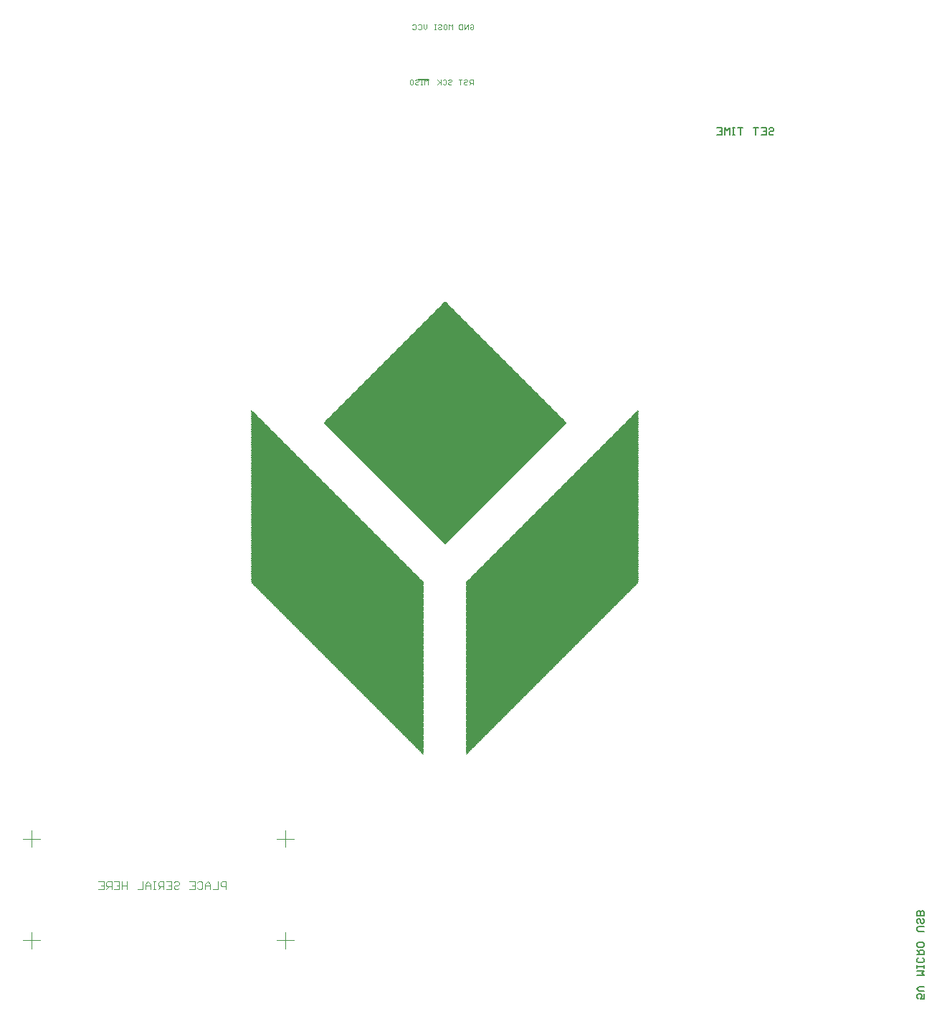
<source format=gbr>
G04 EAGLE Gerber RS-274X export*
G75*
%MOMM*%
%FSLAX34Y34*%
%LPD*%
%INSilkscreen Bottom*%
%IPPOS*%
%AMOC8*
5,1,8,0,0,1.08239X$1,22.5*%
G01*
%ADD10C,0.101600*%
%ADD11R,0.152400X0.076200*%
%ADD12R,0.228600X0.076200*%
%ADD13R,0.304800X0.076200*%
%ADD14R,0.381000X0.076200*%
%ADD15R,0.457200X0.076200*%
%ADD16R,0.533400X0.076200*%
%ADD17R,0.609600X0.076200*%
%ADD18R,0.685800X0.076200*%
%ADD19R,0.762000X0.076200*%
%ADD20R,0.838200X0.076200*%
%ADD21R,0.914400X0.076200*%
%ADD22R,0.990600X0.076200*%
%ADD23R,1.066800X0.076200*%
%ADD24R,1.143000X0.076200*%
%ADD25R,1.219200X0.076200*%
%ADD26R,1.295400X0.076200*%
%ADD27R,1.371600X0.076200*%
%ADD28R,1.447800X0.076200*%
%ADD29R,1.524000X0.076200*%
%ADD30R,1.600200X0.076200*%
%ADD31R,1.676400X0.076200*%
%ADD32R,1.752600X0.076200*%
%ADD33R,1.828800X0.076200*%
%ADD34R,1.905000X0.076200*%
%ADD35R,1.981200X0.076200*%
%ADD36R,2.057400X0.076200*%
%ADD37R,2.133600X0.076200*%
%ADD38R,2.209800X0.076200*%
%ADD39R,2.286000X0.076200*%
%ADD40R,2.362200X0.076200*%
%ADD41R,2.438400X0.076200*%
%ADD42R,2.514600X0.076200*%
%ADD43R,2.590800X0.076200*%
%ADD44R,2.667000X0.076200*%
%ADD45R,2.743200X0.076200*%
%ADD46R,2.819400X0.076200*%
%ADD47R,2.895600X0.076200*%
%ADD48R,2.971800X0.076200*%
%ADD49R,3.048000X0.076200*%
%ADD50R,3.124200X0.076200*%
%ADD51R,3.200400X0.076200*%
%ADD52R,3.276600X0.076200*%
%ADD53R,3.352800X0.076200*%
%ADD54R,3.429000X0.076200*%
%ADD55R,3.505200X0.076200*%
%ADD56R,3.581400X0.076200*%
%ADD57R,3.657600X0.076200*%
%ADD58R,3.733800X0.076200*%
%ADD59R,3.810000X0.076200*%
%ADD60R,3.886200X0.076200*%
%ADD61R,3.962400X0.076200*%
%ADD62R,4.038600X0.076200*%
%ADD63R,4.114800X0.076200*%
%ADD64R,4.191000X0.076200*%
%ADD65R,4.267200X0.076200*%
%ADD66R,4.343400X0.076200*%
%ADD67R,4.419600X0.076200*%
%ADD68R,4.495800X0.076200*%
%ADD69R,4.572000X0.076200*%
%ADD70R,4.648200X0.076200*%
%ADD71R,4.724400X0.076200*%
%ADD72R,4.800600X0.076200*%
%ADD73R,4.876800X0.076200*%
%ADD74R,4.953000X0.076200*%
%ADD75R,5.029200X0.076200*%
%ADD76R,5.105400X0.076200*%
%ADD77R,5.181600X0.076200*%
%ADD78R,5.257800X0.076200*%
%ADD79R,5.334000X0.076200*%
%ADD80R,5.410200X0.076200*%
%ADD81R,5.486400X0.076200*%
%ADD82R,5.562600X0.076200*%
%ADD83R,5.638800X0.076200*%
%ADD84R,5.715000X0.076200*%
%ADD85R,5.791200X0.076200*%
%ADD86R,5.867400X0.076200*%
%ADD87R,5.943600X0.076200*%
%ADD88R,6.019800X0.076200*%
%ADD89R,6.096000X0.076200*%
%ADD90R,6.172200X0.076200*%
%ADD91R,6.248400X0.076200*%
%ADD92R,6.324600X0.076200*%
%ADD93R,6.400800X0.076200*%
%ADD94R,6.477000X0.076200*%
%ADD95R,6.553200X0.076200*%
%ADD96R,6.629400X0.076200*%
%ADD97R,6.705600X0.076200*%
%ADD98R,6.781800X0.076200*%
%ADD99R,6.858000X0.076200*%
%ADD100R,6.934200X0.076200*%
%ADD101R,7.010400X0.076200*%
%ADD102R,7.086600X0.076200*%
%ADD103R,7.162800X0.076200*%
%ADD104R,7.239000X0.076200*%
%ADD105R,7.315200X0.076200*%
%ADD106R,7.391400X0.076200*%
%ADD107R,7.467600X0.076200*%
%ADD108R,7.543800X0.076200*%
%ADD109R,7.620000X0.076200*%
%ADD110R,7.696200X0.076200*%
%ADD111R,7.772400X0.076200*%
%ADD112R,7.848600X0.076200*%
%ADD113R,7.924800X0.076200*%
%ADD114R,8.001000X0.076200*%
%ADD115R,8.077200X0.076200*%
%ADD116R,8.153400X0.076200*%
%ADD117R,8.229600X0.076200*%
%ADD118R,8.305800X0.076200*%
%ADD119R,8.382000X0.076200*%
%ADD120R,8.458200X0.076200*%
%ADD121R,8.534400X0.076200*%
%ADD122R,8.610600X0.076200*%
%ADD123R,8.686800X0.076200*%
%ADD124R,8.763000X0.076200*%
%ADD125R,8.839200X0.076200*%
%ADD126R,8.915400X0.076200*%
%ADD127R,8.991600X0.076200*%
%ADD128R,9.067800X0.076200*%
%ADD129R,9.144000X0.076200*%
%ADD130R,9.220200X0.076200*%
%ADD131R,9.296400X0.076200*%
%ADD132R,9.372600X0.076200*%
%ADD133R,9.448800X0.076200*%
%ADD134R,9.525000X0.076200*%
%ADD135R,9.601200X0.076200*%
%ADD136R,9.677400X0.076200*%
%ADD137R,9.753600X0.076200*%
%ADD138R,9.829800X0.076200*%
%ADD139R,9.906000X0.076200*%
%ADD140R,9.982200X0.076200*%
%ADD141R,10.058400X0.076200*%
%ADD142R,10.134600X0.076200*%
%ADD143R,10.210800X0.076200*%
%ADD144R,10.287000X0.076200*%
%ADD145R,10.363200X0.076200*%
%ADD146R,10.439400X0.076200*%
%ADD147R,10.515600X0.076200*%
%ADD148R,10.591800X0.076200*%
%ADD149R,10.668000X0.076200*%
%ADD150R,10.744200X0.076200*%
%ADD151R,10.820400X0.076200*%
%ADD152R,10.896600X0.076200*%
%ADD153R,10.972800X0.076200*%
%ADD154R,11.049000X0.076200*%
%ADD155R,11.125200X0.076200*%
%ADD156R,11.201400X0.076200*%
%ADD157R,11.277600X0.076200*%
%ADD158R,11.353800X0.076200*%
%ADD159R,11.430000X0.076200*%
%ADD160R,11.506200X0.076200*%
%ADD161R,11.582400X0.076200*%
%ADD162R,11.658600X0.076200*%
%ADD163R,11.734800X0.076200*%
%ADD164R,11.811000X0.076200*%
%ADD165R,11.887200X0.076200*%
%ADD166R,11.963400X0.076200*%
%ADD167R,12.039600X0.076200*%
%ADD168R,12.115800X0.076200*%
%ADD169R,12.192000X0.076200*%
%ADD170R,12.268200X0.076200*%
%ADD171R,12.344400X0.076200*%
%ADD172R,12.420600X0.076200*%
%ADD173R,12.496800X0.076200*%
%ADD174R,12.573000X0.076200*%
%ADD175R,12.649200X0.076200*%
%ADD176R,12.725400X0.076200*%
%ADD177R,12.801600X0.076200*%
%ADD178R,12.877800X0.076200*%
%ADD179R,12.954000X0.076200*%
%ADD180R,13.030200X0.076200*%
%ADD181R,13.106400X0.076200*%
%ADD182R,13.182600X0.076200*%
%ADD183R,13.258800X0.076200*%
%ADD184R,13.335000X0.076200*%
%ADD185R,13.411200X0.076200*%
%ADD186R,13.487400X0.076200*%
%ADD187R,13.563600X0.076200*%
%ADD188R,13.639800X0.076200*%
%ADD189R,13.716000X0.076200*%
%ADD190R,13.792200X0.076200*%
%ADD191R,13.868400X0.076200*%
%ADD192R,13.944600X0.076200*%
%ADD193R,14.020800X0.076200*%
%ADD194R,14.097000X0.076200*%
%ADD195R,14.173200X0.076200*%
%ADD196R,14.249400X0.076200*%
%ADD197R,14.325600X0.076200*%
%ADD198R,14.401800X0.076200*%
%ADD199R,14.478000X0.076200*%
%ADD200R,14.554200X0.076200*%
%ADD201R,14.630400X0.076200*%
%ADD202R,14.706600X0.076200*%
%ADD203R,14.782800X0.076200*%
%ADD204R,14.859000X0.076200*%
%ADD205R,14.935200X0.076200*%
%ADD206R,15.011400X0.076200*%
%ADD207R,15.087600X0.076200*%
%ADD208R,15.163800X0.076200*%
%ADD209R,15.240000X0.076200*%
%ADD210R,15.316200X0.076200*%
%ADD211R,15.392400X0.076200*%
%ADD212R,15.468600X0.076200*%
%ADD213R,15.544800X0.076200*%
%ADD214R,15.621000X0.076200*%
%ADD215R,15.697200X0.076200*%
%ADD216R,15.773400X0.076200*%
%ADD217R,15.849600X0.076200*%
%ADD218R,15.925800X0.076200*%
%ADD219R,16.002000X0.076200*%
%ADD220R,16.078200X0.076200*%
%ADD221R,16.154400X0.076200*%
%ADD222R,16.230600X0.076200*%
%ADD223R,16.306800X0.076200*%
%ADD224R,16.383000X0.076200*%
%ADD225R,16.459200X0.076200*%
%ADD226R,16.535400X0.076200*%
%ADD227R,16.611600X0.076200*%
%ADD228R,16.687800X0.076200*%
%ADD229R,16.764000X0.076200*%
%ADD230R,16.840200X0.076200*%
%ADD231R,16.916400X0.076200*%
%ADD232R,16.992600X0.076200*%
%ADD233R,17.068800X0.076200*%
%ADD234R,17.145000X0.076200*%
%ADD235R,17.221200X0.076200*%
%ADD236R,17.297400X0.076200*%
%ADD237R,17.373600X0.076200*%
%ADD238R,17.449800X0.076200*%
%ADD239R,17.526000X0.076200*%
%ADD240R,17.602200X0.076200*%
%ADD241R,17.678400X0.076200*%
%ADD242R,17.754600X0.076200*%
%ADD243R,17.830800X0.076200*%
%ADD244R,17.907000X0.076200*%
%ADD245R,17.983200X0.076200*%
%ADD246R,18.059400X0.076200*%
%ADD247R,18.135600X0.076200*%
%ADD248R,18.211800X0.076200*%
%ADD249R,18.288000X0.076200*%
%ADD250R,18.364200X0.076200*%
%ADD251R,18.440400X0.076200*%
%ADD252R,18.516600X0.076200*%
%ADD253R,18.592800X0.076200*%
%ADD254R,18.669000X0.076200*%
%ADD255R,18.745200X0.076200*%
%ADD256R,18.821400X0.076200*%
%ADD257R,18.897600X0.076200*%
%ADD258R,18.973800X0.076200*%
%ADD259R,19.050000X0.076200*%
%ADD260R,19.126200X0.076200*%
%ADD261R,19.202400X0.076200*%
%ADD262R,19.278600X0.076200*%
%ADD263R,19.354800X0.076200*%
%ADD264R,19.431000X0.076200*%
%ADD265R,19.507200X0.076200*%
%ADD266R,19.583400X0.076200*%
%ADD267R,19.659600X0.076200*%
%ADD268R,19.735800X0.076200*%
%ADD269R,19.812000X0.076200*%
%ADD270R,19.888200X0.076200*%
%ADD271R,19.964400X0.076200*%
%ADD272R,20.040600X0.076200*%
%ADD273R,20.116800X0.076200*%
%ADD274R,20.193000X0.076200*%
%ADD275R,20.269200X0.076200*%
%ADD276R,20.345400X0.076200*%
%ADD277R,20.421600X0.076200*%
%ADD278R,20.574000X0.076200*%
%ADD279R,20.726400X0.076200*%
%ADD280R,20.878800X0.076200*%
%ADD281R,21.031200X0.076200*%
%ADD282R,21.183600X0.076200*%
%ADD283R,21.336000X0.076200*%
%ADD284R,21.488400X0.076200*%
%ADD285R,21.640800X0.076200*%
%ADD286R,21.793200X0.076200*%
%ADD287R,21.945600X0.076200*%
%ADD288R,22.098000X0.076200*%
%ADD289R,22.250400X0.076200*%
%ADD290R,22.402800X0.076200*%
%ADD291R,22.555200X0.076200*%
%ADD292R,22.707600X0.076200*%
%ADD293R,22.860000X0.076200*%
%ADD294R,23.012400X0.076200*%
%ADD295R,23.164800X0.076200*%
%ADD296R,23.317200X0.076200*%
%ADD297R,23.469600X0.076200*%
%ADD298R,23.622000X0.076200*%
%ADD299R,23.774400X0.076200*%
%ADD300R,23.926800X0.076200*%
%ADD301R,24.079200X0.076200*%
%ADD302R,24.231600X0.076200*%
%ADD303R,24.384000X0.076200*%
%ADD304R,24.536400X0.076200*%
%ADD305R,24.688800X0.076200*%
%ADD306R,24.841200X0.076200*%
%ADD307R,24.993600X0.076200*%
%ADD308R,25.146000X0.076200*%
%ADD309R,25.298400X0.076200*%
%ADD310R,25.450800X0.076200*%
%ADD311R,25.603200X0.076200*%
%ADD312R,25.755600X0.076200*%
%ADD313R,25.908000X0.076200*%
%ADD314R,26.060400X0.076200*%
%ADD315R,26.212800X0.076200*%
%ADD316R,26.365200X0.076200*%
%ADD317R,26.517600X0.076200*%
%ADD318R,26.670000X0.076200*%
%ADD319R,26.822400X0.076200*%
%ADD320R,26.974800X0.076200*%
%ADD321R,27.127200X0.076200*%
%ADD322R,27.279600X0.076200*%
%ADD323R,27.432000X0.076200*%
%ADD324R,27.584400X0.076200*%
%ADD325R,27.736800X0.076200*%
%ADD326R,27.889200X0.076200*%
%ADD327R,28.041600X0.076200*%
%ADD328R,28.194000X0.076200*%
%ADD329R,28.346400X0.076200*%
%ADD330R,28.498800X0.076200*%
%ADD331R,28.651200X0.076200*%
%ADD332R,0.076200X0.076200*%
%ADD333C,0.152400*%
%ADD334C,0.100000*%
%ADD335C,0.076200*%
%ADD336C,0.203200*%


D10*
X578126Y1120508D02*
X578126Y1126497D01*
X576129Y1124501D01*
X574133Y1126497D01*
X574133Y1120508D01*
X571680Y1120508D02*
X569684Y1120508D01*
X570682Y1120508D02*
X570682Y1126497D01*
X571680Y1126497D02*
X569684Y1126497D01*
X564389Y1126497D02*
X563390Y1125499D01*
X564389Y1126497D02*
X566385Y1126497D01*
X567383Y1125499D01*
X567383Y1124501D01*
X566385Y1123503D01*
X564389Y1123503D01*
X563390Y1122504D01*
X563390Y1121506D01*
X564389Y1120508D01*
X566385Y1120508D01*
X567383Y1121506D01*
X559939Y1126497D02*
X557943Y1126497D01*
X559939Y1126497D02*
X560938Y1125499D01*
X560938Y1121506D01*
X559939Y1120508D01*
X557943Y1120508D01*
X556945Y1121506D01*
X556945Y1125499D01*
X557943Y1126497D01*
X576992Y1187504D02*
X576992Y1191497D01*
X576992Y1187504D02*
X574996Y1185508D01*
X572999Y1187504D01*
X572999Y1191497D01*
X567552Y1191497D02*
X566554Y1190499D01*
X567552Y1191497D02*
X569548Y1191497D01*
X570547Y1190499D01*
X570547Y1186506D01*
X569548Y1185508D01*
X567552Y1185508D01*
X566554Y1186506D01*
X561106Y1191497D02*
X560108Y1190499D01*
X561106Y1191497D02*
X563103Y1191497D01*
X564101Y1190499D01*
X564101Y1186506D01*
X563103Y1185508D01*
X561106Y1185508D01*
X560108Y1186506D01*
X606992Y1185508D02*
X606992Y1191497D01*
X604996Y1189501D01*
X602999Y1191497D01*
X602999Y1185508D01*
X599548Y1191497D02*
X597552Y1191497D01*
X599548Y1191497D02*
X600547Y1190499D01*
X600547Y1186506D01*
X599548Y1185508D01*
X597552Y1185508D01*
X596554Y1186506D01*
X596554Y1190499D01*
X597552Y1191497D01*
X591106Y1191497D02*
X590108Y1190499D01*
X591106Y1191497D02*
X593103Y1191497D01*
X594101Y1190499D01*
X594101Y1189501D01*
X593103Y1188503D01*
X591106Y1188503D01*
X590108Y1187504D01*
X590108Y1186506D01*
X591106Y1185508D01*
X593103Y1185508D01*
X594101Y1186506D01*
X587656Y1185508D02*
X585659Y1185508D01*
X586657Y1185508D02*
X586657Y1191497D01*
X585659Y1191497D02*
X587656Y1191497D01*
X627999Y1190499D02*
X628997Y1191497D01*
X630994Y1191497D01*
X631992Y1190499D01*
X631992Y1186506D01*
X630994Y1185508D01*
X628997Y1185508D01*
X627999Y1186506D01*
X627999Y1188503D01*
X629996Y1188503D01*
X625547Y1191497D02*
X625547Y1185508D01*
X621554Y1185508D02*
X625547Y1191497D01*
X621554Y1191497D02*
X621554Y1185508D01*
X619101Y1185508D02*
X619101Y1191497D01*
X619101Y1185508D02*
X616106Y1185508D01*
X615108Y1186506D01*
X615108Y1190499D01*
X616106Y1191497D01*
X619101Y1191497D01*
X603334Y1126497D02*
X602336Y1125499D01*
X603334Y1126497D02*
X605330Y1126497D01*
X606329Y1125499D01*
X606329Y1124501D01*
X605330Y1123503D01*
X603334Y1123503D01*
X602336Y1122504D01*
X602336Y1121506D01*
X603334Y1120508D01*
X605330Y1120508D01*
X606329Y1121506D01*
X596888Y1126497D02*
X595890Y1125499D01*
X596888Y1126497D02*
X598885Y1126497D01*
X599883Y1125499D01*
X599883Y1121506D01*
X598885Y1120508D01*
X596888Y1120508D01*
X595890Y1121506D01*
X593438Y1120508D02*
X593438Y1126497D01*
X593438Y1122504D02*
X589445Y1126497D01*
X592439Y1123503D02*
X589445Y1120508D01*
X631329Y1120508D02*
X631329Y1126497D01*
X628334Y1126497D01*
X627336Y1125499D01*
X627336Y1123503D01*
X628334Y1122504D01*
X631329Y1122504D01*
X629332Y1122504D02*
X627336Y1120508D01*
X621888Y1126497D02*
X620890Y1125499D01*
X621888Y1126497D02*
X623885Y1126497D01*
X624883Y1125499D01*
X624883Y1124501D01*
X623885Y1123503D01*
X621888Y1123503D01*
X620890Y1122504D01*
X620890Y1121506D01*
X621888Y1120508D01*
X623885Y1120508D01*
X624883Y1121506D01*
X616441Y1120508D02*
X616441Y1126497D01*
X614445Y1126497D02*
X618438Y1126497D01*
D11*
X572311Y330000D03*
X624127Y330000D03*
D12*
X571930Y330762D03*
X624508Y330762D03*
D13*
X571549Y331524D03*
X624889Y331524D03*
D14*
X571168Y332286D03*
X625270Y332286D03*
D15*
X570787Y333048D03*
X625651Y333048D03*
D16*
X570406Y333810D03*
X626032Y333810D03*
D17*
X570025Y334572D03*
X626413Y334572D03*
D18*
X569644Y335334D03*
X626794Y335334D03*
D19*
X569263Y336096D03*
X627175Y336096D03*
D20*
X568882Y336858D03*
X627556Y336858D03*
D21*
X568501Y337620D03*
X627937Y337620D03*
D22*
X568120Y338382D03*
X628318Y338382D03*
D23*
X567739Y339144D03*
X628699Y339144D03*
D24*
X567358Y339906D03*
X629080Y339906D03*
D25*
X566977Y340668D03*
X629461Y340668D03*
D26*
X566596Y341430D03*
X629842Y341430D03*
D27*
X566215Y342192D03*
X630223Y342192D03*
D28*
X565834Y342954D03*
X630604Y342954D03*
D29*
X565453Y343716D03*
X630985Y343716D03*
D30*
X565072Y344478D03*
X631366Y344478D03*
D31*
X564691Y345240D03*
X631747Y345240D03*
D32*
X564310Y346002D03*
X632128Y346002D03*
D33*
X563929Y346764D03*
X632509Y346764D03*
D34*
X563548Y347526D03*
X632890Y347526D03*
D35*
X563167Y348288D03*
X633271Y348288D03*
D36*
X562786Y349050D03*
X633652Y349050D03*
D37*
X562405Y349812D03*
X634033Y349812D03*
D38*
X562024Y350574D03*
X634414Y350574D03*
D39*
X561643Y351336D03*
X634795Y351336D03*
D40*
X561262Y352098D03*
X635176Y352098D03*
D41*
X560881Y352860D03*
X635557Y352860D03*
D42*
X560500Y353622D03*
X635938Y353622D03*
D43*
X560119Y354384D03*
X636319Y354384D03*
D44*
X559738Y355146D03*
X636700Y355146D03*
D45*
X559357Y355908D03*
X637081Y355908D03*
D46*
X558976Y356670D03*
X637462Y356670D03*
D47*
X558595Y357432D03*
X637843Y357432D03*
D48*
X558214Y358194D03*
X638224Y358194D03*
D49*
X557833Y358956D03*
X638605Y358956D03*
D50*
X557452Y359718D03*
X638986Y359718D03*
D51*
X557071Y360480D03*
X639367Y360480D03*
D52*
X556690Y361242D03*
X639748Y361242D03*
D53*
X556309Y362004D03*
X640129Y362004D03*
D54*
X555928Y362766D03*
X640510Y362766D03*
D55*
X555547Y363528D03*
X640891Y363528D03*
D56*
X555166Y364290D03*
X641272Y364290D03*
D57*
X554785Y365052D03*
X641653Y365052D03*
D58*
X554404Y365814D03*
X642034Y365814D03*
D59*
X554023Y366576D03*
X642415Y366576D03*
D60*
X553642Y367338D03*
X642796Y367338D03*
D61*
X553261Y368100D03*
X643177Y368100D03*
D62*
X552880Y368862D03*
X643558Y368862D03*
D63*
X552499Y369624D03*
X643939Y369624D03*
D64*
X552118Y370386D03*
X644320Y370386D03*
D65*
X551737Y371148D03*
X644701Y371148D03*
D66*
X551356Y371910D03*
X645082Y371910D03*
D67*
X550975Y372672D03*
X645463Y372672D03*
D68*
X550594Y373434D03*
X645844Y373434D03*
D69*
X550213Y374196D03*
X646225Y374196D03*
D70*
X549832Y374958D03*
X646606Y374958D03*
D71*
X549451Y375720D03*
X646987Y375720D03*
D72*
X549070Y376482D03*
X647368Y376482D03*
D73*
X548689Y377244D03*
X647749Y377244D03*
D74*
X548308Y378006D03*
X648130Y378006D03*
D75*
X547927Y378768D03*
X648511Y378768D03*
D76*
X547546Y379530D03*
X648892Y379530D03*
D77*
X547165Y380292D03*
X649273Y380292D03*
D78*
X546784Y381054D03*
X649654Y381054D03*
D79*
X546403Y381816D03*
X650035Y381816D03*
D80*
X546022Y382578D03*
X650416Y382578D03*
D81*
X545641Y383340D03*
X650797Y383340D03*
D82*
X545260Y384102D03*
X651178Y384102D03*
D83*
X544879Y384864D03*
X651559Y384864D03*
D84*
X544498Y385626D03*
X651940Y385626D03*
D85*
X544117Y386388D03*
X652321Y386388D03*
D86*
X543736Y387150D03*
X652702Y387150D03*
D87*
X543355Y387912D03*
X653083Y387912D03*
D88*
X542974Y388674D03*
X653464Y388674D03*
D89*
X542593Y389436D03*
X653845Y389436D03*
D90*
X542212Y390198D03*
X654226Y390198D03*
D91*
X541831Y390960D03*
X654607Y390960D03*
D92*
X541450Y391722D03*
X654988Y391722D03*
D93*
X541069Y392484D03*
X655369Y392484D03*
D94*
X540688Y393246D03*
X655750Y393246D03*
D95*
X540307Y394008D03*
X656131Y394008D03*
D96*
X539926Y394770D03*
X656512Y394770D03*
D97*
X539545Y395532D03*
X656893Y395532D03*
D98*
X539164Y396294D03*
X657274Y396294D03*
D99*
X538783Y397056D03*
X657655Y397056D03*
D100*
X538402Y397818D03*
X658036Y397818D03*
D101*
X538021Y398580D03*
X658417Y398580D03*
D102*
X537640Y399342D03*
X658798Y399342D03*
D103*
X537259Y400104D03*
X659179Y400104D03*
D104*
X536878Y400866D03*
X659560Y400866D03*
D105*
X536497Y401628D03*
X659941Y401628D03*
D106*
X536116Y402390D03*
X660322Y402390D03*
D107*
X535735Y403152D03*
X660703Y403152D03*
D108*
X535354Y403914D03*
X661084Y403914D03*
D109*
X534973Y404676D03*
X661465Y404676D03*
D110*
X534592Y405438D03*
X661846Y405438D03*
D111*
X534211Y406200D03*
X662227Y406200D03*
D112*
X533830Y406962D03*
X662608Y406962D03*
D113*
X533449Y407724D03*
X662989Y407724D03*
D114*
X533068Y408486D03*
X663370Y408486D03*
D115*
X532687Y409248D03*
X663751Y409248D03*
D116*
X532306Y410010D03*
X664132Y410010D03*
D117*
X531925Y410772D03*
X664513Y410772D03*
D118*
X531544Y411534D03*
X664894Y411534D03*
D119*
X531163Y412296D03*
X665275Y412296D03*
D120*
X530782Y413058D03*
X665656Y413058D03*
D121*
X530401Y413820D03*
X666037Y413820D03*
D122*
X530020Y414582D03*
X666418Y414582D03*
D123*
X529639Y415344D03*
X666799Y415344D03*
D124*
X529258Y416106D03*
X667180Y416106D03*
D125*
X528877Y416868D03*
X667561Y416868D03*
D126*
X528496Y417630D03*
X667942Y417630D03*
D127*
X528115Y418392D03*
X668323Y418392D03*
D128*
X527734Y419154D03*
X668704Y419154D03*
D129*
X527353Y419916D03*
X669085Y419916D03*
D130*
X526972Y420678D03*
X669466Y420678D03*
D131*
X526591Y421440D03*
X669847Y421440D03*
D132*
X526210Y422202D03*
X670228Y422202D03*
D133*
X525829Y422964D03*
X670609Y422964D03*
D134*
X525448Y423726D03*
X670990Y423726D03*
D135*
X525067Y424488D03*
X671371Y424488D03*
D136*
X524686Y425250D03*
X671752Y425250D03*
D137*
X524305Y426012D03*
X672133Y426012D03*
D138*
X523924Y426774D03*
X672514Y426774D03*
D139*
X523543Y427536D03*
X672895Y427536D03*
D140*
X523162Y428298D03*
X673276Y428298D03*
D141*
X522781Y429060D03*
X673657Y429060D03*
D142*
X522400Y429822D03*
X674038Y429822D03*
D143*
X522019Y430584D03*
X674419Y430584D03*
D144*
X521638Y431346D03*
X674800Y431346D03*
D145*
X521257Y432108D03*
X675181Y432108D03*
D146*
X520876Y432870D03*
X675562Y432870D03*
D147*
X520495Y433632D03*
X675943Y433632D03*
D148*
X520114Y434394D03*
X676324Y434394D03*
D149*
X519733Y435156D03*
X676705Y435156D03*
D150*
X519352Y435918D03*
X677086Y435918D03*
D151*
X518971Y436680D03*
X677467Y436680D03*
D152*
X518590Y437442D03*
X677848Y437442D03*
D153*
X518209Y438204D03*
X678229Y438204D03*
D154*
X517828Y438966D03*
X678610Y438966D03*
D155*
X517447Y439728D03*
X678991Y439728D03*
D156*
X517066Y440490D03*
X679372Y440490D03*
D157*
X516685Y441252D03*
X679753Y441252D03*
D158*
X516304Y442014D03*
X680134Y442014D03*
D159*
X515923Y442776D03*
X680515Y442776D03*
D160*
X515542Y443538D03*
X680896Y443538D03*
D161*
X515161Y444300D03*
X681277Y444300D03*
D162*
X514780Y445062D03*
X681658Y445062D03*
D163*
X514399Y445824D03*
X682039Y445824D03*
D164*
X514018Y446586D03*
X682420Y446586D03*
D165*
X513637Y447348D03*
X682801Y447348D03*
D166*
X513256Y448110D03*
X683182Y448110D03*
D167*
X512875Y448872D03*
X683563Y448872D03*
D168*
X512494Y449634D03*
X683944Y449634D03*
D169*
X512113Y450396D03*
X684325Y450396D03*
D170*
X511732Y451158D03*
X684706Y451158D03*
D171*
X511351Y451920D03*
X685087Y451920D03*
D172*
X510970Y452682D03*
X685468Y452682D03*
D173*
X510589Y453444D03*
X685849Y453444D03*
D174*
X510208Y454206D03*
X686230Y454206D03*
D175*
X509827Y454968D03*
X686611Y454968D03*
D176*
X509446Y455730D03*
X686992Y455730D03*
D177*
X509065Y456492D03*
X687373Y456492D03*
D178*
X508684Y457254D03*
X687754Y457254D03*
D179*
X508303Y458016D03*
X688135Y458016D03*
D180*
X507922Y458778D03*
X688516Y458778D03*
D181*
X507541Y459540D03*
X688897Y459540D03*
D182*
X507160Y460302D03*
X689278Y460302D03*
D183*
X506779Y461064D03*
X689659Y461064D03*
D184*
X506398Y461826D03*
X690040Y461826D03*
D185*
X506017Y462588D03*
X690421Y462588D03*
D186*
X505636Y463350D03*
X690802Y463350D03*
D187*
X505255Y464112D03*
X691183Y464112D03*
D188*
X504874Y464874D03*
X691564Y464874D03*
D189*
X504493Y465636D03*
X691945Y465636D03*
D190*
X504112Y466398D03*
X692326Y466398D03*
D191*
X503731Y467160D03*
X692707Y467160D03*
D192*
X503350Y467922D03*
X693088Y467922D03*
D193*
X502969Y468684D03*
X693469Y468684D03*
D194*
X502588Y469446D03*
X693850Y469446D03*
D195*
X502207Y470208D03*
X694231Y470208D03*
D196*
X501826Y470970D03*
X694612Y470970D03*
D197*
X501445Y471732D03*
X694993Y471732D03*
D198*
X501064Y472494D03*
X695374Y472494D03*
D199*
X500683Y473256D03*
X695755Y473256D03*
D200*
X500302Y474018D03*
X696136Y474018D03*
D201*
X499921Y474780D03*
X696517Y474780D03*
D202*
X499540Y475542D03*
X696898Y475542D03*
D203*
X499159Y476304D03*
X697279Y476304D03*
D204*
X498778Y477066D03*
X697660Y477066D03*
D205*
X498397Y477828D03*
X698041Y477828D03*
D206*
X498016Y478590D03*
X698422Y478590D03*
D207*
X497635Y479352D03*
X698803Y479352D03*
D208*
X497254Y480114D03*
X699184Y480114D03*
D209*
X496873Y480876D03*
X699565Y480876D03*
D210*
X496492Y481638D03*
X699946Y481638D03*
D211*
X496111Y482400D03*
X700327Y482400D03*
D212*
X495730Y483162D03*
X700708Y483162D03*
D213*
X495349Y483924D03*
X701089Y483924D03*
D214*
X494968Y484686D03*
X701470Y484686D03*
D215*
X494587Y485448D03*
X701851Y485448D03*
D216*
X494206Y486210D03*
X702232Y486210D03*
D217*
X493825Y486972D03*
X702613Y486972D03*
D218*
X493444Y487734D03*
X702994Y487734D03*
D219*
X493063Y488496D03*
X703375Y488496D03*
D220*
X492682Y489258D03*
X703756Y489258D03*
D221*
X492301Y490020D03*
X704137Y490020D03*
D222*
X491920Y490782D03*
X704518Y490782D03*
D223*
X491539Y491544D03*
X704899Y491544D03*
D224*
X491158Y492306D03*
X705280Y492306D03*
D225*
X490777Y493068D03*
X705661Y493068D03*
D226*
X490396Y493830D03*
X706042Y493830D03*
D227*
X490015Y494592D03*
X706423Y494592D03*
D228*
X489634Y495354D03*
X706804Y495354D03*
D229*
X489253Y496116D03*
X707185Y496116D03*
D230*
X488872Y496878D03*
X707566Y496878D03*
D231*
X488491Y497640D03*
X707947Y497640D03*
D232*
X488110Y498402D03*
X708328Y498402D03*
D233*
X487729Y499164D03*
X708709Y499164D03*
D234*
X487348Y499926D03*
X709090Y499926D03*
D235*
X486967Y500688D03*
X709471Y500688D03*
D236*
X486586Y501450D03*
X709852Y501450D03*
D237*
X486205Y502212D03*
X710233Y502212D03*
D238*
X485824Y502974D03*
X710614Y502974D03*
D239*
X485443Y503736D03*
X710995Y503736D03*
D240*
X485062Y504498D03*
X711376Y504498D03*
D241*
X484681Y505260D03*
X711757Y505260D03*
D242*
X484300Y506022D03*
X712138Y506022D03*
D243*
X483919Y506784D03*
X712519Y506784D03*
D244*
X483538Y507546D03*
X712900Y507546D03*
D245*
X483157Y508308D03*
X713281Y508308D03*
D246*
X482776Y509070D03*
X713662Y509070D03*
D247*
X482395Y509832D03*
X714043Y509832D03*
D248*
X482014Y510594D03*
X714424Y510594D03*
D249*
X481633Y511356D03*
X714805Y511356D03*
D250*
X481252Y512118D03*
X715186Y512118D03*
D251*
X480871Y512880D03*
X715567Y512880D03*
D252*
X480490Y513642D03*
X715948Y513642D03*
D253*
X480109Y514404D03*
X716329Y514404D03*
D254*
X479728Y515166D03*
X716710Y515166D03*
D255*
X479347Y515928D03*
X717091Y515928D03*
D256*
X478966Y516690D03*
X717472Y516690D03*
D257*
X478585Y517452D03*
X717853Y517452D03*
D258*
X478204Y518214D03*
X718234Y518214D03*
D259*
X477823Y518976D03*
X718615Y518976D03*
D260*
X477442Y519738D03*
X718996Y519738D03*
D261*
X477061Y520500D03*
X719377Y520500D03*
D262*
X476680Y521262D03*
X719758Y521262D03*
D263*
X476299Y522024D03*
X720139Y522024D03*
D264*
X475918Y522786D03*
X720520Y522786D03*
D265*
X475537Y523548D03*
X720901Y523548D03*
D266*
X475156Y524310D03*
X721282Y524310D03*
D267*
X474775Y525072D03*
X721663Y525072D03*
D268*
X474394Y525834D03*
X722044Y525834D03*
D269*
X474013Y526596D03*
X722425Y526596D03*
D270*
X473632Y527358D03*
X722806Y527358D03*
D271*
X473251Y528120D03*
X723187Y528120D03*
D272*
X472870Y528882D03*
X723568Y528882D03*
D273*
X472489Y529644D03*
X723949Y529644D03*
D274*
X472108Y530406D03*
X724330Y530406D03*
D275*
X471727Y531168D03*
X724711Y531168D03*
D276*
X471346Y531930D03*
X725092Y531930D03*
X471346Y532692D03*
X725092Y532692D03*
D275*
X470965Y533454D03*
X725473Y533454D03*
D274*
X470584Y534216D03*
X725854Y534216D03*
D273*
X470203Y534978D03*
X726235Y534978D03*
D272*
X469822Y535740D03*
X726616Y535740D03*
D271*
X469441Y536502D03*
X726997Y536502D03*
D270*
X469060Y537264D03*
X727378Y537264D03*
D269*
X468679Y538026D03*
X727759Y538026D03*
D268*
X468298Y538788D03*
X728140Y538788D03*
D267*
X467917Y539550D03*
X728521Y539550D03*
D266*
X467536Y540312D03*
X728902Y540312D03*
D265*
X467155Y541074D03*
X729283Y541074D03*
D264*
X466774Y541836D03*
X729664Y541836D03*
D263*
X466393Y542598D03*
X730045Y542598D03*
D262*
X466012Y543360D03*
X730426Y543360D03*
D261*
X465631Y544122D03*
X730807Y544122D03*
D260*
X465250Y544884D03*
X731188Y544884D03*
D259*
X464869Y545646D03*
X731569Y545646D03*
D258*
X464488Y546408D03*
X731950Y546408D03*
D257*
X464107Y547170D03*
X732331Y547170D03*
D256*
X463726Y547932D03*
X732712Y547932D03*
D255*
X463345Y548694D03*
X733093Y548694D03*
D254*
X462964Y549456D03*
X733474Y549456D03*
D253*
X462583Y550218D03*
X733855Y550218D03*
D252*
X462202Y550980D03*
X734236Y550980D03*
D251*
X461821Y551742D03*
X734617Y551742D03*
D250*
X461440Y552504D03*
X734998Y552504D03*
D249*
X461059Y553266D03*
X735379Y553266D03*
D248*
X460678Y554028D03*
X735760Y554028D03*
D247*
X460297Y554790D03*
X736141Y554790D03*
D246*
X459916Y555552D03*
X736522Y555552D03*
D245*
X459535Y556314D03*
X736903Y556314D03*
D244*
X459154Y557076D03*
X737284Y557076D03*
D243*
X458773Y557838D03*
X737665Y557838D03*
D242*
X458392Y558600D03*
X738046Y558600D03*
D241*
X458011Y559362D03*
X738427Y559362D03*
D240*
X457630Y560124D03*
X738808Y560124D03*
D239*
X457249Y560886D03*
X739189Y560886D03*
D238*
X456868Y561648D03*
X739570Y561648D03*
D237*
X456487Y562410D03*
X739951Y562410D03*
D236*
X456106Y563172D03*
X740332Y563172D03*
D235*
X455725Y563934D03*
X740713Y563934D03*
D234*
X455344Y564696D03*
X741094Y564696D03*
D233*
X454963Y565458D03*
X741475Y565458D03*
D232*
X454582Y566220D03*
X741856Y566220D03*
D231*
X454201Y566982D03*
X742237Y566982D03*
D230*
X453820Y567744D03*
X742618Y567744D03*
D229*
X453439Y568506D03*
X742999Y568506D03*
D228*
X453058Y569268D03*
X743380Y569268D03*
D227*
X452677Y570030D03*
X743761Y570030D03*
D226*
X452296Y570792D03*
X744142Y570792D03*
D225*
X451915Y571554D03*
X744523Y571554D03*
D224*
X451534Y572316D03*
X744904Y572316D03*
D223*
X451153Y573078D03*
X745285Y573078D03*
D222*
X450772Y573840D03*
X745666Y573840D03*
D221*
X450391Y574602D03*
X746047Y574602D03*
D220*
X450010Y575364D03*
X746428Y575364D03*
D219*
X449629Y576126D03*
X746809Y576126D03*
D218*
X449248Y576888D03*
X747190Y576888D03*
D217*
X448867Y577650D03*
D11*
X598219Y577650D03*
D217*
X747571Y577650D03*
D216*
X448486Y578412D03*
D13*
X598219Y578412D03*
D216*
X747952Y578412D03*
D215*
X448105Y579174D03*
D15*
X598219Y579174D03*
D215*
X748333Y579174D03*
D214*
X447724Y579936D03*
D17*
X598219Y579936D03*
D214*
X748714Y579936D03*
D213*
X447343Y580698D03*
D19*
X598219Y580698D03*
D213*
X749095Y580698D03*
D212*
X446962Y581460D03*
D21*
X598219Y581460D03*
D212*
X749476Y581460D03*
D211*
X446581Y582222D03*
D23*
X598219Y582222D03*
D211*
X749857Y582222D03*
D210*
X446200Y582984D03*
D25*
X598219Y582984D03*
D210*
X750238Y582984D03*
D209*
X445819Y583746D03*
D27*
X598219Y583746D03*
D209*
X750619Y583746D03*
D208*
X445438Y584508D03*
D29*
X598219Y584508D03*
D208*
X751000Y584508D03*
D207*
X445057Y585270D03*
D31*
X598219Y585270D03*
D207*
X751381Y585270D03*
D206*
X444676Y586032D03*
D33*
X598219Y586032D03*
D206*
X751762Y586032D03*
D205*
X444295Y586794D03*
D35*
X598219Y586794D03*
D205*
X752143Y586794D03*
D204*
X443914Y587556D03*
D37*
X598219Y587556D03*
D204*
X752524Y587556D03*
D203*
X443533Y588318D03*
D39*
X598219Y588318D03*
D203*
X752905Y588318D03*
D202*
X443152Y589080D03*
D41*
X598219Y589080D03*
D202*
X753286Y589080D03*
D201*
X442771Y589842D03*
D43*
X598219Y589842D03*
D201*
X753667Y589842D03*
D200*
X442390Y590604D03*
D45*
X598219Y590604D03*
D200*
X754048Y590604D03*
D199*
X442009Y591366D03*
D47*
X598219Y591366D03*
D199*
X754429Y591366D03*
D198*
X441628Y592128D03*
D49*
X598219Y592128D03*
D198*
X754810Y592128D03*
D197*
X441247Y592890D03*
D51*
X598219Y592890D03*
D197*
X755191Y592890D03*
D196*
X440866Y593652D03*
D53*
X598219Y593652D03*
D196*
X755572Y593652D03*
D195*
X440485Y594414D03*
D55*
X598219Y594414D03*
D195*
X755953Y594414D03*
D194*
X440104Y595176D03*
D57*
X598219Y595176D03*
D194*
X756334Y595176D03*
D193*
X439723Y595938D03*
D59*
X598219Y595938D03*
D193*
X756715Y595938D03*
D192*
X439342Y596700D03*
D61*
X598219Y596700D03*
D192*
X757096Y596700D03*
D191*
X438961Y597462D03*
D63*
X598219Y597462D03*
D191*
X757477Y597462D03*
D190*
X438580Y598224D03*
D65*
X598219Y598224D03*
D190*
X757858Y598224D03*
D189*
X438199Y598986D03*
D67*
X598219Y598986D03*
D189*
X758239Y598986D03*
D188*
X437818Y599748D03*
D69*
X598219Y599748D03*
D188*
X758620Y599748D03*
D187*
X437437Y600510D03*
D71*
X598219Y600510D03*
D187*
X759001Y600510D03*
D186*
X437056Y601272D03*
D73*
X598219Y601272D03*
D186*
X759382Y601272D03*
D185*
X436675Y602034D03*
D75*
X598219Y602034D03*
D185*
X759763Y602034D03*
D184*
X436294Y602796D03*
D77*
X598219Y602796D03*
D184*
X760144Y602796D03*
D183*
X435913Y603558D03*
D79*
X598219Y603558D03*
D183*
X760525Y603558D03*
D182*
X435532Y604320D03*
D81*
X598219Y604320D03*
D182*
X760906Y604320D03*
D181*
X435151Y605082D03*
D83*
X598219Y605082D03*
D181*
X761287Y605082D03*
D180*
X434770Y605844D03*
D85*
X598219Y605844D03*
D180*
X761668Y605844D03*
D179*
X434389Y606606D03*
D87*
X598219Y606606D03*
D179*
X762049Y606606D03*
D178*
X434008Y607368D03*
D89*
X598219Y607368D03*
D178*
X762430Y607368D03*
D177*
X433627Y608130D03*
D91*
X598219Y608130D03*
D177*
X762811Y608130D03*
D176*
X433246Y608892D03*
D93*
X598219Y608892D03*
D176*
X763192Y608892D03*
D175*
X432865Y609654D03*
D95*
X598219Y609654D03*
D175*
X763573Y609654D03*
D174*
X432484Y610416D03*
D97*
X598219Y610416D03*
D174*
X763954Y610416D03*
D173*
X432103Y611178D03*
D99*
X598219Y611178D03*
D173*
X764335Y611178D03*
D172*
X431722Y611940D03*
D101*
X598219Y611940D03*
D172*
X764716Y611940D03*
D171*
X431341Y612702D03*
D103*
X598219Y612702D03*
D171*
X765097Y612702D03*
D170*
X430960Y613464D03*
D105*
X598219Y613464D03*
D170*
X765478Y613464D03*
D169*
X430579Y614226D03*
D107*
X598219Y614226D03*
D169*
X765859Y614226D03*
D168*
X430198Y614988D03*
D109*
X598219Y614988D03*
D168*
X766240Y614988D03*
D167*
X429817Y615750D03*
D111*
X598219Y615750D03*
D167*
X766621Y615750D03*
D166*
X429436Y616512D03*
D113*
X598219Y616512D03*
D166*
X767002Y616512D03*
D165*
X429055Y617274D03*
D115*
X598219Y617274D03*
D165*
X767383Y617274D03*
D164*
X428674Y618036D03*
D117*
X598219Y618036D03*
D164*
X767764Y618036D03*
D163*
X428293Y618798D03*
D119*
X598219Y618798D03*
D163*
X768145Y618798D03*
D162*
X427912Y619560D03*
D121*
X598219Y619560D03*
D162*
X768526Y619560D03*
D161*
X427531Y620322D03*
D123*
X598219Y620322D03*
D161*
X768907Y620322D03*
D160*
X427150Y621084D03*
D125*
X598219Y621084D03*
D160*
X769288Y621084D03*
D159*
X426769Y621846D03*
D127*
X598219Y621846D03*
D159*
X769669Y621846D03*
D158*
X426388Y622608D03*
D129*
X598219Y622608D03*
D158*
X770050Y622608D03*
D157*
X426007Y623370D03*
D131*
X598219Y623370D03*
D157*
X770431Y623370D03*
D156*
X425626Y624132D03*
D133*
X598219Y624132D03*
D156*
X770812Y624132D03*
D155*
X425245Y624894D03*
D135*
X598219Y624894D03*
D155*
X771193Y624894D03*
D154*
X424864Y625656D03*
D137*
X598219Y625656D03*
D154*
X771574Y625656D03*
D153*
X424483Y626418D03*
D139*
X598219Y626418D03*
D153*
X771955Y626418D03*
D152*
X424102Y627180D03*
D141*
X598219Y627180D03*
D152*
X772336Y627180D03*
D151*
X423721Y627942D03*
D143*
X598219Y627942D03*
D151*
X772717Y627942D03*
D150*
X423340Y628704D03*
D145*
X598219Y628704D03*
D150*
X773098Y628704D03*
D149*
X422959Y629466D03*
D147*
X598219Y629466D03*
D149*
X773479Y629466D03*
D148*
X422578Y630228D03*
D149*
X598219Y630228D03*
D148*
X773860Y630228D03*
D147*
X422197Y630990D03*
D151*
X598219Y630990D03*
D147*
X774241Y630990D03*
D146*
X421816Y631752D03*
D153*
X598219Y631752D03*
D146*
X774622Y631752D03*
D145*
X421435Y632514D03*
D155*
X598219Y632514D03*
D145*
X775003Y632514D03*
D144*
X421054Y633276D03*
D157*
X598219Y633276D03*
D144*
X775384Y633276D03*
D143*
X420673Y634038D03*
D159*
X598219Y634038D03*
D143*
X775765Y634038D03*
D142*
X420292Y634800D03*
D161*
X598219Y634800D03*
D142*
X776146Y634800D03*
D141*
X419911Y635562D03*
D163*
X598219Y635562D03*
D141*
X776527Y635562D03*
D140*
X419530Y636324D03*
D165*
X598219Y636324D03*
D140*
X776908Y636324D03*
D139*
X419149Y637086D03*
D167*
X598219Y637086D03*
D139*
X777289Y637086D03*
D138*
X418768Y637848D03*
D169*
X598219Y637848D03*
D138*
X777670Y637848D03*
D137*
X418387Y638610D03*
D171*
X598219Y638610D03*
D137*
X778051Y638610D03*
D136*
X418006Y639372D03*
D173*
X598219Y639372D03*
D136*
X778432Y639372D03*
D135*
X417625Y640134D03*
D175*
X598219Y640134D03*
D135*
X778813Y640134D03*
D134*
X417244Y640896D03*
D177*
X598219Y640896D03*
D134*
X779194Y640896D03*
D133*
X416863Y641658D03*
D179*
X598219Y641658D03*
D133*
X779575Y641658D03*
D132*
X416482Y642420D03*
D181*
X598219Y642420D03*
D132*
X779956Y642420D03*
D131*
X416101Y643182D03*
D183*
X598219Y643182D03*
D131*
X780337Y643182D03*
D130*
X415720Y643944D03*
D185*
X598219Y643944D03*
D130*
X780718Y643944D03*
D129*
X415339Y644706D03*
D187*
X598219Y644706D03*
D129*
X781099Y644706D03*
D128*
X414958Y645468D03*
D189*
X598219Y645468D03*
D128*
X781480Y645468D03*
D127*
X414577Y646230D03*
D191*
X598219Y646230D03*
D127*
X781861Y646230D03*
D126*
X414196Y646992D03*
D193*
X598219Y646992D03*
D126*
X782242Y646992D03*
D125*
X413815Y647754D03*
D195*
X598219Y647754D03*
D125*
X782623Y647754D03*
D124*
X413434Y648516D03*
D197*
X598219Y648516D03*
D124*
X783004Y648516D03*
D123*
X413053Y649278D03*
D199*
X598219Y649278D03*
D123*
X783385Y649278D03*
D122*
X412672Y650040D03*
D201*
X598219Y650040D03*
D122*
X783766Y650040D03*
D121*
X412291Y650802D03*
D203*
X598219Y650802D03*
D121*
X784147Y650802D03*
D120*
X411910Y651564D03*
D205*
X598219Y651564D03*
D120*
X784528Y651564D03*
D119*
X411529Y652326D03*
D207*
X598219Y652326D03*
D119*
X784909Y652326D03*
D118*
X411148Y653088D03*
D209*
X598219Y653088D03*
D118*
X785290Y653088D03*
D117*
X410767Y653850D03*
D211*
X598219Y653850D03*
D117*
X785671Y653850D03*
D116*
X410386Y654612D03*
D213*
X598219Y654612D03*
D116*
X786052Y654612D03*
D115*
X410005Y655374D03*
D215*
X598219Y655374D03*
D115*
X786433Y655374D03*
D114*
X409624Y656136D03*
D217*
X598219Y656136D03*
D114*
X786814Y656136D03*
D113*
X409243Y656898D03*
D219*
X598219Y656898D03*
D113*
X787195Y656898D03*
D112*
X408862Y657660D03*
D221*
X598219Y657660D03*
D112*
X787576Y657660D03*
D111*
X408481Y658422D03*
D223*
X598219Y658422D03*
D111*
X787957Y658422D03*
D110*
X408100Y659184D03*
D225*
X598219Y659184D03*
D110*
X788338Y659184D03*
D109*
X407719Y659946D03*
D227*
X598219Y659946D03*
D109*
X788719Y659946D03*
D108*
X407338Y660708D03*
D229*
X598219Y660708D03*
D108*
X789100Y660708D03*
D107*
X406957Y661470D03*
D231*
X598219Y661470D03*
D107*
X789481Y661470D03*
D106*
X406576Y662232D03*
D233*
X598219Y662232D03*
D106*
X789862Y662232D03*
D105*
X406195Y662994D03*
D235*
X598219Y662994D03*
D105*
X790243Y662994D03*
D104*
X405814Y663756D03*
D237*
X598219Y663756D03*
D104*
X790624Y663756D03*
D103*
X405433Y664518D03*
D239*
X598219Y664518D03*
D103*
X791005Y664518D03*
D102*
X405052Y665280D03*
D241*
X598219Y665280D03*
D102*
X791386Y665280D03*
D101*
X404671Y666042D03*
D243*
X598219Y666042D03*
D101*
X791767Y666042D03*
D100*
X404290Y666804D03*
D245*
X598219Y666804D03*
D100*
X792148Y666804D03*
D99*
X403909Y667566D03*
D247*
X598219Y667566D03*
D99*
X792529Y667566D03*
D98*
X403528Y668328D03*
D249*
X598219Y668328D03*
D98*
X792910Y668328D03*
D97*
X403147Y669090D03*
D251*
X598219Y669090D03*
D97*
X793291Y669090D03*
D96*
X402766Y669852D03*
D253*
X598219Y669852D03*
D96*
X793672Y669852D03*
D95*
X402385Y670614D03*
D255*
X598219Y670614D03*
D95*
X794053Y670614D03*
D94*
X402004Y671376D03*
D257*
X598219Y671376D03*
D94*
X794434Y671376D03*
D93*
X401623Y672138D03*
D259*
X598219Y672138D03*
D93*
X794815Y672138D03*
D92*
X401242Y672900D03*
D261*
X598219Y672900D03*
D92*
X795196Y672900D03*
D91*
X400861Y673662D03*
D263*
X598219Y673662D03*
D91*
X795577Y673662D03*
D90*
X400480Y674424D03*
D265*
X598219Y674424D03*
D90*
X795958Y674424D03*
D89*
X400099Y675186D03*
D267*
X598219Y675186D03*
D89*
X796339Y675186D03*
D88*
X399718Y675948D03*
D269*
X598219Y675948D03*
D88*
X796720Y675948D03*
D87*
X399337Y676710D03*
D271*
X598219Y676710D03*
D87*
X797101Y676710D03*
D86*
X398956Y677472D03*
D273*
X598219Y677472D03*
D86*
X797482Y677472D03*
D85*
X398575Y678234D03*
D275*
X598219Y678234D03*
D85*
X797863Y678234D03*
D84*
X398194Y678996D03*
D277*
X598219Y678996D03*
D84*
X798244Y678996D03*
D83*
X397813Y679758D03*
D278*
X598219Y679758D03*
D83*
X798625Y679758D03*
D82*
X397432Y680520D03*
D279*
X598219Y680520D03*
D82*
X799006Y680520D03*
D81*
X397051Y681282D03*
D280*
X598219Y681282D03*
D81*
X799387Y681282D03*
D80*
X396670Y682044D03*
D281*
X598219Y682044D03*
D80*
X799768Y682044D03*
D79*
X396289Y682806D03*
D282*
X598219Y682806D03*
D79*
X800149Y682806D03*
D78*
X395908Y683568D03*
D283*
X598219Y683568D03*
D78*
X800530Y683568D03*
D77*
X395527Y684330D03*
D284*
X598219Y684330D03*
D77*
X800911Y684330D03*
D76*
X395146Y685092D03*
D285*
X598219Y685092D03*
D76*
X801292Y685092D03*
D75*
X394765Y685854D03*
D286*
X598219Y685854D03*
D75*
X801673Y685854D03*
D74*
X394384Y686616D03*
D287*
X598219Y686616D03*
D74*
X802054Y686616D03*
D73*
X394003Y687378D03*
D288*
X598219Y687378D03*
D73*
X802435Y687378D03*
D72*
X393622Y688140D03*
D289*
X598219Y688140D03*
D72*
X802816Y688140D03*
D71*
X393241Y688902D03*
D290*
X598219Y688902D03*
D71*
X803197Y688902D03*
D70*
X392860Y689664D03*
D291*
X598219Y689664D03*
D70*
X803578Y689664D03*
D69*
X392479Y690426D03*
D292*
X598219Y690426D03*
D69*
X803959Y690426D03*
D68*
X392098Y691188D03*
D293*
X598219Y691188D03*
D68*
X804340Y691188D03*
D67*
X391717Y691950D03*
D294*
X598219Y691950D03*
D67*
X804721Y691950D03*
D66*
X391336Y692712D03*
D295*
X598219Y692712D03*
D66*
X805102Y692712D03*
D65*
X390955Y693474D03*
D296*
X598219Y693474D03*
D65*
X805483Y693474D03*
D64*
X390574Y694236D03*
D297*
X598219Y694236D03*
D64*
X805864Y694236D03*
D63*
X390193Y694998D03*
D298*
X598219Y694998D03*
D63*
X806245Y694998D03*
D62*
X389812Y695760D03*
D299*
X598219Y695760D03*
D62*
X806626Y695760D03*
D61*
X389431Y696522D03*
D300*
X598219Y696522D03*
D61*
X807007Y696522D03*
D60*
X389050Y697284D03*
D301*
X598219Y697284D03*
D60*
X807388Y697284D03*
D59*
X388669Y698046D03*
D302*
X598219Y698046D03*
D59*
X807769Y698046D03*
D58*
X388288Y698808D03*
D303*
X598219Y698808D03*
D58*
X808150Y698808D03*
D57*
X387907Y699570D03*
D304*
X598219Y699570D03*
D57*
X808531Y699570D03*
D56*
X387526Y700332D03*
D305*
X598219Y700332D03*
D56*
X808912Y700332D03*
D55*
X387145Y701094D03*
D306*
X598219Y701094D03*
D55*
X809293Y701094D03*
D54*
X386764Y701856D03*
D307*
X598219Y701856D03*
D54*
X809674Y701856D03*
D53*
X386383Y702618D03*
D308*
X598219Y702618D03*
D53*
X810055Y702618D03*
D52*
X386002Y703380D03*
D309*
X598219Y703380D03*
D52*
X810436Y703380D03*
D51*
X385621Y704142D03*
D310*
X598219Y704142D03*
D51*
X810817Y704142D03*
D50*
X385240Y704904D03*
D311*
X598219Y704904D03*
D50*
X811198Y704904D03*
D49*
X384859Y705666D03*
D312*
X598219Y705666D03*
D49*
X811579Y705666D03*
D48*
X384478Y706428D03*
D313*
X598219Y706428D03*
D48*
X811960Y706428D03*
D47*
X384097Y707190D03*
D314*
X598219Y707190D03*
D47*
X812341Y707190D03*
D46*
X383716Y707952D03*
D315*
X598219Y707952D03*
D46*
X812722Y707952D03*
D45*
X383335Y708714D03*
D316*
X598219Y708714D03*
D45*
X813103Y708714D03*
D44*
X382954Y709476D03*
D317*
X598219Y709476D03*
D44*
X813484Y709476D03*
D43*
X382573Y710238D03*
D318*
X598219Y710238D03*
D43*
X813865Y710238D03*
D42*
X382192Y711000D03*
D319*
X598219Y711000D03*
D42*
X814246Y711000D03*
D41*
X381811Y711762D03*
D320*
X598219Y711762D03*
D41*
X814627Y711762D03*
D40*
X381430Y712524D03*
D321*
X598219Y712524D03*
D40*
X815008Y712524D03*
D39*
X381049Y713286D03*
D322*
X598219Y713286D03*
D39*
X815389Y713286D03*
D38*
X380668Y714048D03*
D323*
X598219Y714048D03*
D38*
X815770Y714048D03*
D37*
X380287Y714810D03*
D324*
X598219Y714810D03*
D37*
X816151Y714810D03*
D36*
X379906Y715572D03*
D325*
X598219Y715572D03*
D36*
X816532Y715572D03*
D35*
X379525Y716334D03*
D326*
X598219Y716334D03*
D35*
X816913Y716334D03*
D34*
X379144Y717096D03*
D327*
X598219Y717096D03*
D34*
X817294Y717096D03*
D33*
X378763Y717858D03*
D328*
X598219Y717858D03*
D33*
X817675Y717858D03*
D32*
X378382Y718620D03*
D329*
X598219Y718620D03*
D32*
X818056Y718620D03*
D31*
X378001Y719382D03*
D330*
X598219Y719382D03*
D31*
X818437Y719382D03*
D30*
X377620Y720144D03*
D331*
X598219Y720144D03*
D30*
X818818Y720144D03*
D29*
X377239Y720906D03*
D331*
X598219Y720906D03*
D29*
X819199Y720906D03*
D28*
X376858Y721668D03*
D330*
X598219Y721668D03*
D28*
X819580Y721668D03*
D27*
X376477Y722430D03*
D329*
X598219Y722430D03*
D27*
X819961Y722430D03*
D26*
X376096Y723192D03*
D328*
X598219Y723192D03*
D26*
X820342Y723192D03*
D25*
X375715Y723954D03*
D327*
X598219Y723954D03*
D25*
X820723Y723954D03*
D24*
X375334Y724716D03*
D326*
X598219Y724716D03*
D24*
X821104Y724716D03*
D23*
X374953Y725478D03*
D325*
X598219Y725478D03*
D23*
X821485Y725478D03*
D22*
X374572Y726240D03*
D324*
X598219Y726240D03*
D22*
X821866Y726240D03*
D21*
X374191Y727002D03*
D323*
X598219Y727002D03*
D21*
X822247Y727002D03*
D20*
X373810Y727764D03*
D322*
X598219Y727764D03*
D20*
X822628Y727764D03*
D19*
X373429Y728526D03*
D321*
X598219Y728526D03*
D19*
X823009Y728526D03*
D18*
X373048Y729288D03*
D320*
X598219Y729288D03*
D18*
X823390Y729288D03*
D17*
X372667Y730050D03*
D319*
X598219Y730050D03*
D17*
X823771Y730050D03*
D16*
X372286Y730812D03*
D318*
X598219Y730812D03*
D16*
X824152Y730812D03*
D15*
X371905Y731574D03*
D317*
X598219Y731574D03*
D15*
X824533Y731574D03*
D14*
X371524Y732336D03*
D316*
X598219Y732336D03*
D14*
X824914Y732336D03*
D13*
X371143Y733098D03*
D315*
X598219Y733098D03*
D13*
X825295Y733098D03*
D12*
X370762Y733860D03*
D314*
X598219Y733860D03*
D12*
X825676Y733860D03*
D11*
X370381Y734622D03*
D313*
X598219Y734622D03*
D11*
X826057Y734622D03*
D332*
X370000Y735384D03*
D312*
X598219Y735384D03*
D332*
X826438Y735384D03*
D311*
X598219Y736146D03*
D310*
X598219Y736908D03*
D309*
X598219Y737670D03*
D308*
X598219Y738432D03*
D307*
X598219Y739194D03*
D306*
X598219Y739956D03*
D305*
X598219Y740718D03*
D304*
X598219Y741480D03*
D303*
X598219Y742242D03*
D302*
X598219Y743004D03*
D301*
X598219Y743766D03*
D300*
X598219Y744528D03*
D299*
X598219Y745290D03*
D298*
X598219Y746052D03*
D297*
X598219Y746814D03*
D296*
X598219Y747576D03*
D295*
X598219Y748338D03*
D294*
X598219Y749100D03*
D293*
X598219Y749862D03*
D292*
X598219Y750624D03*
D291*
X598219Y751386D03*
D290*
X598219Y752148D03*
D289*
X598219Y752910D03*
D288*
X598219Y753672D03*
D287*
X598219Y754434D03*
D286*
X598219Y755196D03*
D285*
X598219Y755958D03*
D284*
X598219Y756720D03*
D283*
X598219Y757482D03*
D282*
X598219Y758244D03*
D281*
X598219Y759006D03*
D280*
X598219Y759768D03*
D279*
X598219Y760530D03*
D278*
X598219Y761292D03*
D277*
X598219Y762054D03*
D275*
X598219Y762816D03*
D273*
X598219Y763578D03*
D271*
X598219Y764340D03*
D269*
X598219Y765102D03*
D267*
X598219Y765864D03*
D265*
X598219Y766626D03*
D263*
X598219Y767388D03*
D261*
X598219Y768150D03*
D259*
X598219Y768912D03*
D257*
X598219Y769674D03*
D255*
X598219Y770436D03*
D253*
X598219Y771198D03*
D251*
X598219Y771960D03*
D249*
X598219Y772722D03*
D247*
X598219Y773484D03*
D245*
X598219Y774246D03*
D243*
X598219Y775008D03*
D241*
X598219Y775770D03*
D239*
X598219Y776532D03*
D237*
X598219Y777294D03*
D235*
X598219Y778056D03*
D233*
X598219Y778818D03*
D231*
X598219Y779580D03*
D229*
X598219Y780342D03*
D227*
X598219Y781104D03*
D225*
X598219Y781866D03*
D223*
X598219Y782628D03*
D221*
X598219Y783390D03*
D219*
X598219Y784152D03*
D217*
X598219Y784914D03*
D215*
X598219Y785676D03*
D213*
X598219Y786438D03*
D211*
X598219Y787200D03*
D209*
X598219Y787962D03*
D207*
X598219Y788724D03*
D205*
X598219Y789486D03*
D203*
X598219Y790248D03*
D201*
X598219Y791010D03*
D199*
X598219Y791772D03*
D197*
X598219Y792534D03*
D195*
X598219Y793296D03*
D193*
X598219Y794058D03*
D191*
X598219Y794820D03*
D189*
X598219Y795582D03*
D187*
X598219Y796344D03*
D185*
X598219Y797106D03*
D183*
X598219Y797868D03*
D181*
X598219Y798630D03*
D179*
X598219Y799392D03*
D177*
X598219Y800154D03*
D175*
X598219Y800916D03*
D173*
X598219Y801678D03*
D171*
X598219Y802440D03*
D169*
X598219Y803202D03*
D167*
X598219Y803964D03*
D165*
X598219Y804726D03*
D163*
X598219Y805488D03*
D161*
X598219Y806250D03*
D159*
X598219Y807012D03*
D157*
X598219Y807774D03*
D155*
X598219Y808536D03*
D153*
X598219Y809298D03*
D151*
X598219Y810060D03*
D149*
X598219Y810822D03*
D147*
X598219Y811584D03*
D145*
X598219Y812346D03*
D143*
X598219Y813108D03*
D141*
X598219Y813870D03*
D139*
X598219Y814632D03*
D137*
X598219Y815394D03*
D135*
X598219Y816156D03*
D133*
X598219Y816918D03*
D131*
X598219Y817680D03*
D129*
X598219Y818442D03*
D127*
X598219Y819204D03*
D125*
X598219Y819966D03*
D123*
X598219Y820728D03*
D121*
X598219Y821490D03*
D119*
X598219Y822252D03*
D117*
X598219Y823014D03*
D115*
X598219Y823776D03*
D113*
X598219Y824538D03*
D111*
X598219Y825300D03*
D109*
X598219Y826062D03*
D107*
X598219Y826824D03*
D105*
X598219Y827586D03*
D103*
X598219Y828348D03*
D101*
X598219Y829110D03*
D99*
X598219Y829872D03*
D97*
X598219Y830634D03*
D95*
X598219Y831396D03*
D93*
X598219Y832158D03*
D91*
X598219Y832920D03*
D89*
X598219Y833682D03*
D87*
X598219Y834444D03*
D85*
X598219Y835206D03*
D83*
X598219Y835968D03*
D81*
X598219Y836730D03*
D79*
X598219Y837492D03*
D77*
X598219Y838254D03*
D75*
X598219Y839016D03*
D73*
X598219Y839778D03*
D71*
X598219Y840540D03*
D69*
X598219Y841302D03*
D67*
X598219Y842064D03*
D65*
X598219Y842826D03*
D63*
X598219Y843588D03*
D61*
X598219Y844350D03*
D59*
X598219Y845112D03*
D57*
X598219Y845874D03*
D55*
X598219Y846636D03*
D53*
X598219Y847398D03*
D51*
X598219Y848160D03*
D49*
X598219Y848922D03*
D47*
X598219Y849684D03*
D45*
X598219Y850446D03*
D43*
X598219Y851208D03*
D41*
X598219Y851970D03*
D39*
X598219Y852732D03*
D37*
X598219Y853494D03*
D35*
X598219Y854256D03*
D33*
X598219Y855018D03*
D31*
X598219Y855780D03*
D29*
X598219Y856542D03*
D27*
X598219Y857304D03*
D25*
X598219Y858066D03*
D23*
X598219Y858828D03*
D21*
X598219Y859590D03*
D19*
X598219Y860352D03*
D17*
X598219Y861114D03*
D15*
X598219Y861876D03*
D13*
X598219Y862638D03*
D11*
X598219Y863400D03*
D333*
X981083Y1067831D02*
X982496Y1069245D01*
X985324Y1069245D01*
X986738Y1067831D01*
X986738Y1066418D01*
X985324Y1065004D01*
X982496Y1065004D01*
X981083Y1063590D01*
X981083Y1062176D01*
X982496Y1060762D01*
X985324Y1060762D01*
X986738Y1062176D01*
X977530Y1069245D02*
X971875Y1069245D01*
X977530Y1069245D02*
X977530Y1060762D01*
X971875Y1060762D01*
X974702Y1065004D02*
X977530Y1065004D01*
X965495Y1060762D02*
X965495Y1069245D01*
X968322Y1069245D02*
X962667Y1069245D01*
X947079Y1069245D02*
X947079Y1060762D01*
X949907Y1069245D02*
X944251Y1069245D01*
X940699Y1060762D02*
X937871Y1060762D01*
X939285Y1060762D02*
X939285Y1069245D01*
X940699Y1069245D02*
X937871Y1069245D01*
X934560Y1069245D02*
X934560Y1060762D01*
X931732Y1066418D02*
X934560Y1069245D01*
X931732Y1066418D02*
X928905Y1069245D01*
X928905Y1060762D01*
X925352Y1069245D02*
X919697Y1069245D01*
X925352Y1069245D02*
X925352Y1060762D01*
X919697Y1060762D01*
X922525Y1065004D02*
X925352Y1065004D01*
D334*
X110000Y240000D02*
X110000Y220000D01*
X120000Y230000D02*
X100000Y230000D01*
X110000Y120000D02*
X110000Y100000D01*
X100000Y110000D02*
X120000Y110000D01*
X400000Y230000D02*
X420000Y230000D01*
X410000Y240000D02*
X410000Y220000D01*
X410000Y120000D02*
X410000Y100000D01*
X400000Y110000D02*
X420000Y110000D01*
D335*
X339619Y170381D02*
X339619Y179627D01*
X334996Y179627D01*
X333455Y178086D01*
X333455Y175004D01*
X334996Y173463D01*
X339619Y173463D01*
X330411Y170381D02*
X330411Y179627D01*
X330411Y170381D02*
X324247Y170381D01*
X321203Y170381D02*
X321203Y176545D01*
X318121Y179627D01*
X315039Y176545D01*
X315039Y170381D01*
X315039Y175004D02*
X321203Y175004D01*
X307373Y179627D02*
X305832Y178086D01*
X307373Y179627D02*
X310455Y179627D01*
X311995Y178086D01*
X311995Y171922D01*
X310455Y170381D01*
X307373Y170381D01*
X305832Y171922D01*
X302788Y179627D02*
X296624Y179627D01*
X302788Y179627D02*
X302788Y170381D01*
X296624Y170381D01*
X299706Y175004D02*
X302788Y175004D01*
X279749Y179627D02*
X278208Y178086D01*
X279749Y179627D02*
X282831Y179627D01*
X284372Y178086D01*
X284372Y176545D01*
X282831Y175004D01*
X279749Y175004D01*
X278208Y173463D01*
X278208Y171922D01*
X279749Y170381D01*
X282831Y170381D01*
X284372Y171922D01*
X275164Y179627D02*
X269000Y179627D01*
X275164Y179627D02*
X275164Y170381D01*
X269000Y170381D01*
X272082Y175004D02*
X275164Y175004D01*
X265956Y170381D02*
X265956Y179627D01*
X261333Y179627D01*
X259792Y178086D01*
X259792Y175004D01*
X261333Y173463D01*
X265956Y173463D01*
X262874Y173463D02*
X259792Y170381D01*
X256748Y170381D02*
X253666Y170381D01*
X255207Y170381D02*
X255207Y179627D01*
X256748Y179627D02*
X253666Y179627D01*
X250610Y176545D02*
X250610Y170381D01*
X250610Y176545D02*
X247528Y179627D01*
X244446Y176545D01*
X244446Y170381D01*
X244446Y175004D02*
X250610Y175004D01*
X241402Y179627D02*
X241402Y170381D01*
X235238Y170381D01*
X222986Y170381D02*
X222986Y179627D01*
X222986Y175004D02*
X216822Y175004D01*
X216822Y179627D02*
X216822Y170381D01*
X213778Y179627D02*
X207615Y179627D01*
X213778Y179627D02*
X213778Y170381D01*
X207615Y170381D01*
X210697Y175004D02*
X213778Y175004D01*
X204571Y170381D02*
X204571Y179627D01*
X199948Y179627D01*
X198407Y178086D01*
X198407Y175004D01*
X199948Y173463D01*
X204571Y173463D01*
X201489Y173463D02*
X198407Y170381D01*
X195363Y179627D02*
X189199Y179627D01*
X195363Y179627D02*
X195363Y170381D01*
X189199Y170381D01*
X192281Y175004D02*
X195363Y175004D01*
D333*
X1164245Y46492D02*
X1164245Y40837D01*
X1160004Y40837D01*
X1161418Y43665D01*
X1161418Y45079D01*
X1160004Y46492D01*
X1157176Y46492D01*
X1155762Y45079D01*
X1155762Y42251D01*
X1157176Y40837D01*
X1158590Y50045D02*
X1164245Y50045D01*
X1158590Y50045D02*
X1155762Y52872D01*
X1158590Y55700D01*
X1164245Y55700D01*
X1164245Y68460D02*
X1155762Y68460D01*
X1161418Y71288D02*
X1164245Y68460D01*
X1161418Y71288D02*
X1164245Y74116D01*
X1155762Y74116D01*
X1155762Y77668D02*
X1155762Y80496D01*
X1155762Y79082D02*
X1164245Y79082D01*
X1164245Y77668D02*
X1164245Y80496D01*
X1164245Y88048D02*
X1162831Y89462D01*
X1164245Y88048D02*
X1164245Y85221D01*
X1162831Y83807D01*
X1157176Y83807D01*
X1155762Y85221D01*
X1155762Y88048D01*
X1157176Y89462D01*
X1155762Y93015D02*
X1164245Y93015D01*
X1164245Y97256D01*
X1162831Y98670D01*
X1160004Y98670D01*
X1158590Y97256D01*
X1158590Y93015D01*
X1158590Y95842D02*
X1155762Y98670D01*
X1164245Y103636D02*
X1164245Y106464D01*
X1164245Y103636D02*
X1162831Y102223D01*
X1157176Y102223D01*
X1155762Y103636D01*
X1155762Y106464D01*
X1157176Y107878D01*
X1162831Y107878D01*
X1164245Y106464D01*
X1164245Y120638D02*
X1157176Y120638D01*
X1155762Y122052D01*
X1155762Y124880D01*
X1157176Y126294D01*
X1164245Y126294D01*
X1164245Y134088D02*
X1162831Y135502D01*
X1164245Y134088D02*
X1164245Y131260D01*
X1162831Y129846D01*
X1161418Y129846D01*
X1160004Y131260D01*
X1160004Y134088D01*
X1158590Y135502D01*
X1157176Y135502D01*
X1155762Y134088D01*
X1155762Y131260D01*
X1157176Y129846D01*
X1155762Y139054D02*
X1164245Y139054D01*
X1164245Y143296D01*
X1162831Y144709D01*
X1161418Y144709D01*
X1160004Y143296D01*
X1158590Y144709D01*
X1157176Y144709D01*
X1155762Y143296D01*
X1155762Y139054D01*
X1160004Y139054D02*
X1160004Y143296D01*
D336*
X578850Y1126450D02*
X566150Y1126450D01*
M02*

</source>
